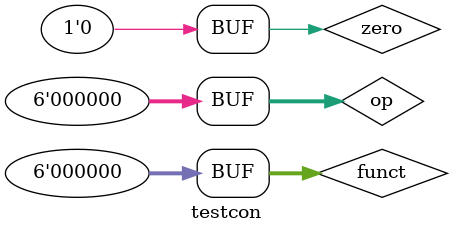
<source format=v>
`timescale 1ns / 1ps


module testcon;

	// Inputs
	reg [5:0] op;
	reg zero;
	reg [5:0] funct;

	// Outputs
	wire PCSrc;
	wire PCWre;
	wire ALUSrcB;
	wire MemtoReg;
	wire RegWrite;
	wire MemWrite;
	wire ExtSel;
	wire RegDst;
	wire [3:0] ALUControl;
	wire jump;
	wire MemWea;

	// Instantiate the Unit Under Test (UUT)
	control uut (
		.op(op), 
		.zero(zero), 
		.funct(funct), 
		.PCSrc(PCSrc), 
		.PCWre(PCWre), 
		.ALUSrcB(ALUSrcB), 
		.MemtoReg(MemtoReg), 
		.RegWrite(RegWrite), 
		.MemWrite(MemWrite), 
		.ExtSel(ExtSel), 
		.RegDst(RegDst), 
		.ALUControl(ALUControl), 
		.jump(jump), 
		.MemWea(MemWea)
	);

	initial begin
		// Initialize Inputs
		op = 0;
		zero = 0;
		funct = 0;

		// Wait 100 ns for global reset to finish
		#100;
        
		// Add stimulus here

	end
      
endmodule


</source>
